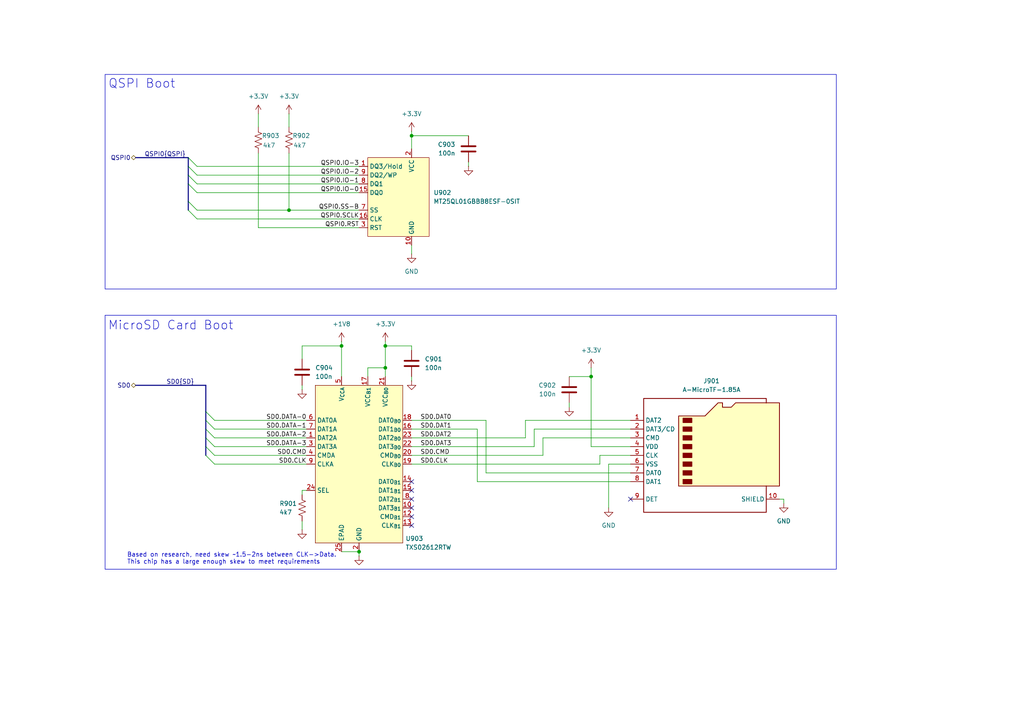
<source format=kicad_sch>
(kicad_sch (version 20250114) (generator "eeschema") (generator_version "9.0")
  (paper "A4")
  (lib_symbols
    (symbol "Connector:Micro_SD_Card_Det1"
      (property "Reference" "J" (at -16.51 17.78 0))
      (property "Value" "Micro_SD_Card_Det1" (at 16.51 17.78 0))
      (symbol "Micro_SD_Card_Det1_0_1"
        (polyline (pts (xy -8.89 -8.89) (xy -8.89 11.43) (xy -1.27 11.43) (xy 2.54 15.24) (xy 3.81 15.24) (xy 3.81 13.97) (xy 6.35 13.97) (xy 7.62 15.24) (xy 20.32 15.24) (xy 20.32 -8.89) (xy -8.89 -8.89)) (stroke (width 0.254)) (fill (type background)))
        (rectangle (start -7.62 10.795) (end -5.08 9.525) (stroke (width 0.254)) (fill (type outline)))
        (rectangle (start -7.62 8.255) (end -5.08 6.985) (stroke (width 0.254)) (fill (type outline)))
        (rectangle (start -7.62 5.715) (end -5.08 4.445) (stroke (width 0.254)) (fill (type outline)))
        (rectangle (start -7.62 3.175) (end -5.08 1.905) (stroke (width 0.254)) (fill (type outline)))
        (rectangle (start -7.62 0.635) (end -5.08 -0.635) (stroke (width 0.254)) (fill (type outline)))
        (rectangle (start -7.62 -1.905) (end -5.08 -3.175) (stroke (width 0.254)) (fill (type outline)))
        (rectangle (start -7.62 -4.445) (end -5.08 -5.715) (stroke (width 0.254)) (fill (type outline)))
        (rectangle (start -7.62 -6.985) (end -5.08 -8.255) (stroke (width 0.254)) (fill (type outline)))
        (polyline (pts (xy 16.51 15.24) (xy 16.51 16.51) (xy -19.05 16.51) (xy -19.05 -16.51) (xy 16.51 -16.51) (xy 16.51 -8.89)) (stroke (width 0.254)))
      )
      (symbol "Micro_SD_Card_Det1_1_1"
        (pin bidirectional line (at -22.86 10.16 0) (length 3.81) (name "DAT2") (number "1"))
        (pin bidirectional line (at -22.86 7.62 0) (length 3.81) (name "DAT3/CD") (number "2"))
        (pin input line (at -22.86 5.08 0) (length 3.81) (name "CMD") (number "3"))
        (pin power_in line (at -22.86 2.54 0) (length 3.81) (name "VDD") (number "4"))
        (pin input line (at -22.86 0 0) (length 3.81) (name "CLK") (number "5"))
        (pin power_in line (at -22.86 -2.54 0) (length 3.81) (name "VSS") (number "6"))
        (pin bidirectional line (at -22.86 -5.08 0) (length 3.81) (name "DAT0") (number "7"))
        (pin bidirectional line (at -22.86 -7.62 0) (length 3.81) (name "DAT1") (number "8"))
        (pin passive line (at -22.86 -12.7 0) (length 3.81) (name "DET") (number "9"))
        (pin passive line (at 20.32 -12.7 180) (length 3.81) (name "SHIELD") (number "10"))
      )
    )
    (symbol "Device:C" (pin_numbers (hide yes)) (pin_names (offset 0.254))
      (property "Reference" "C" (at 0.635 2.54 0))
      (property "Value" "C" (at 0.635 -2.54 0))
      (symbol "C_0_1"
        (polyline (pts (xy -2.032 0.762) (xy 2.032 0.762)) (stroke (width 0.508)))
        (polyline (pts (xy -2.032 -0.762) (xy 2.032 -0.762)) (stroke (width 0.508)))
      )
      (symbol "C_1_1"
        (pin passive line (at 0 3.81 270) (length 2.794) (name "~") (number "1"))
        (pin passive line (at 0 -3.81 90) (length 2.794) (name "~") (number "2"))
      )
    )
    (symbol "Device:R_US" (pin_numbers (hide yes)) (pin_names (offset 0))
      (property "Reference" "R" (at 2.54 0 90))
      (property "Value" "R_US" (at -2.54 0 90))
      (symbol "R_US_0_1"
        (polyline (pts (xy 0 2.286) (xy 0 2.54)))
        (polyline (pts (xy 0 2.286) (xy 1.016 1.905) (xy 0 1.524) (xy -1.016 1.143) (xy 0 0.762)))
        (polyline (pts (xy 0 0.762) (xy 1.016 0.381) (xy 0 0) (xy -1.016 -0.381) (xy 0 -0.762)))
        (polyline (pts (xy 0 -0.762) (xy 1.016 -1.143) (xy 0 -1.524) (xy -1.016 -1.905) (xy 0 -2.286)))
        (polyline (pts (xy 0 -2.286) (xy 0 -2.54)))
      )
      (symbol "R_US_1_1"
        (pin passive line (at 0 3.81 270) (length 1.27) (name "~") (number "1"))
        (pin passive line (at 0 -3.81 90) (length 1.27) (name "~") (number "2"))
      )
    )
    (symbol "Logic_LevelTranslator:TXS02612RTW"
      (property "Reference" "U" (at -11.43 24.13 0))
      (property "Value" "TXS02612RTW" (at 8.89 -24.13 0))
      (symbol "TXS02612RTW_1_1"
        (rectangle (start -12.7 22.86) (end 12.7 -22.86) (fill (type background)))
        (pin bidirectional line (at -15.24 12.7 0) (length 2.54) (name "DAT0A") (number "6"))
        (pin bidirectional line (at -15.24 10.16 0) (length 2.54) (name "DAT1A") (number "7"))
        (pin bidirectional line (at -15.24 7.62 0) (length 2.54) (name "DAT2A") (number "1"))
        (pin bidirectional line (at -15.24 5.08 0) (length 2.54) (name "DAT3A") (number "3"))
        (pin bidirectional line (at -15.24 2.54 0) (length 2.54) (name "CMDA") (number "4"))
        (pin input line (at -15.24 0 0) (length 2.54) (name "CLKA") (number "9"))
        (pin input line (at -15.24 -7.62 0) (length 2.54) (name "SEL") (number "24"))
        (pin power_in line (at -5.08 25.4 270) (length 2.54) (name "V_{CCA}") (number "5"))
        (pin passive line (at -5.08 -25.4 90) (length 2.54) (name "EPAD") (number "25"))
        (pin passive line (at 0 -25.4 90) (length 2.54) (hide yes) (name "GND") (number "11"))
        (pin power_in line (at 0 -25.4 90) (length 2.54) (name "GND") (number "2"))
        (pin power_in line (at 2.54 25.4 270) (length 2.54) (name "VCC_{B1}") (number "17"))
        (pin power_in line (at 7.62 25.4 270) (length 2.54) (name "VCC_{B0}") (number "21"))
        (pin bidirectional line (at 15.24 12.7 180) (length 2.54) (name "DAT0_{B0}") (number "18"))
        (pin bidirectional line (at 15.24 10.16 180) (length 2.54) (name "DAT1_{B0}") (number "16"))
        (pin bidirectional line (at 15.24 7.62 180) (length 2.54) (name "DAT2_{B0}") (number "23"))
        (pin bidirectional line (at 15.24 5.08 180) (length 2.54) (name "DAT3_{B0}") (number "22"))
        (pin bidirectional line (at 15.24 2.54 180) (length 2.54) (name "CMD_{B0}") (number "20"))
        (pin output line (at 15.24 0 180) (length 2.54) (name "CLK_{B0}") (number "19"))
        (pin bidirectional line (at 15.24 -5.08 180) (length 2.54) (name "DAT0_{B1}") (number "14"))
        (pin bidirectional line (at 15.24 -7.62 180) (length 2.54) (name "DAT1_{B1}") (number "15"))
        (pin bidirectional line (at 15.24 -10.16 180) (length 2.54) (name "DAT2_{B1}") (number "8"))
        (pin bidirectional line (at 15.24 -12.7 180) (length 2.54) (name "DAT3_{B1}") (number "10"))
        (pin bidirectional line (at 15.24 -15.24 180) (length 2.54) (name "CMD_{B1}") (number "12"))
        (pin output line (at 15.24 -17.78 180) (length 2.54) (name "CLK_{B1}") (number "13"))
      )
    )
    (symbol "other:MT25QL01GBBB8ESF-0SIT"
      (property "Reference" "U" (at -14.478 4.826 0))
      (property "Value" "MT25QL01GBBB8ESF-0SIT" (at -13.716 1.27 0))
      (symbol "MT25QL01GBBB8ESF-0SIT_1_1"
        (rectangle (start -8.89 0) (end 8.89 -22.86) (fill (type background)))
        (pin bidirectional line (at -11.43 -2.54 0) (length 2.54) (name "DQ3/Hold") (number "1"))
        (pin bidirectional line (at -11.43 -5.08 0) (length 2.54) (name "DQ2/WP") (number "9"))
        (pin bidirectional line (at -11.43 -7.62 0) (length 2.54) (name "DQ1") (number "8"))
        (pin bidirectional line (at -11.43 -10.16 0) (length 2.54) (name "DQ0") (number "15"))
        (pin bidirectional line (at -11.43 -15.24 0) (length 2.54) (name "SS") (number "7"))
        (pin bidirectional line (at -11.43 -17.78 0) (length 2.54) (name "CLK") (number "16"))
        (pin bidirectional line (at -11.43 -20.32 0) (length 2.54) (name "RST") (number "3"))
        (pin bidirectional line (at 3.81 2.54 270) (length 2.54) (name "VCC") (number "2"))
        (pin bidirectional line (at 3.81 -25.4 90) (length 2.54) (name "GND") (number "10"))
        (pin no_connect line (at 11.43 -2.54 180) (length 2.54) (hide yes) (name "NC") (number "4"))
        (pin no_connect line (at 11.43 -5.08 180) (length 2.54) (hide yes) (name "NC") (number "5"))
        (pin no_connect line (at 11.43 -7.62 180) (length 2.54) (hide yes) (name "NC") (number "6"))
        (pin no_connect line (at 11.43 -10.16 180) (length 2.54) (hide yes) (name "NC") (number "11"))
        (pin no_connect line (at 11.43 -12.7 180) (length 2.54) (hide yes) (name "NC") (number "12"))
        (pin no_connect line (at 11.43 -15.24 180) (length 2.54) (hide yes) (name "NC") (number "13"))
        (pin no_connect line (at 11.43 -17.78 180) (length 2.54) (hide yes) (name "NC") (number "14"))
      )
    )
    (symbol "power:+1V8" (power) (pin_numbers (hide yes)) (pin_names (offset 0) (hide yes))
      (property "Value" "+1V8" (at 0 3.556 0))
      (symbol "+1V8_0_1"
        (polyline (pts (xy -0.762 1.27) (xy 0 2.54)))
        (polyline (pts (xy 0 2.54) (xy 0.762 1.27)))
        (polyline (pts (xy 0 0) (xy 0 2.54)))
      )
      (symbol "+1V8_1_1"
        (pin power_in line (at 0 0 90) (length 0) (name "~") (number "1"))
      )
    )
    (symbol "power:+3.3V" (power) (pin_numbers (hide yes)) (pin_names (offset 0) (hide yes))
      (property "Value" "+3.3V" (at 0 3.556 0))
      (symbol "+3.3V_0_1"
        (polyline (pts (xy -0.762 1.27) (xy 0 2.54)))
        (polyline (pts (xy 0 2.54) (xy 0.762 1.27)))
        (polyline (pts (xy 0 0) (xy 0 2.54)))
      )
      (symbol "+3.3V_1_1"
        (pin power_in line (at 0 0 90) (length 0) (name "~") (number "1"))
      )
    )
    (symbol "power:GND" (power) (pin_numbers (hide yes)) (pin_names (offset 0) (hide yes))
      (property "Value" "GND" (at 0 -3.81 0))
      (symbol "GND_0_1"
        (polyline (pts (xy 0 0) (xy 0 -1.27) (xy 1.27 -1.27) (xy 0 -2.54) (xy -1.27 -1.27) (xy 0 -1.27)))
      )
      (symbol "GND_1_1"
        (pin power_in line (at 0 0 270) (length 0) (name "~") (number "1"))
      )
    )
  )
  (rectangle (start 30.48 21.59) (end 242.57 83.82))
  (rectangle (start 30.48 91.44) (end 242.57 165.1))
  (text "QSPI Boot" (at 41.148 24.384 0) (effects (font (size 2.54 2.54))))
  (text "Based on research, need skew ~1.5-2ns between CLK->Data. \nThis chip has a large enough skew to meet requirements" (at 36.83 162.052 0) (effects (font (size 1.27 1.27)) (justify left)))
  (text "MicroSD Card Boot" (at 49.53 94.488 0) (effects (font (size 2.54 2.54))))
  (junction (at 111.76 100.33))
  (junction (at 111.76 106.68))
  (junction (at 119.38 39.37))
  (junction (at 104.14 160.02))
  (junction (at 171.45 109.22))
  (junction (at 99.06 100.33))
  (junction (at 83.82 60.96))
  (no_connect (at 119.38 149.86))
  (no_connect (at 119.38 144.78))
  (no_connect (at 119.38 147.32))
  (no_connect (at 182.88 144.78))
  (no_connect (at 119.38 142.24))
  (no_connect (at 119.38 152.4))
  (no_connect (at 119.38 139.7))
  (bus_entry (at 54.61 48.26) (size 2.54 2.54))
  (bus_entry (at 54.61 53.34) (size 2.54 2.54))
  (bus_entry (at 54.61 50.8) (size 2.54 2.54))
  (bus_entry (at 59.69 121.92) (size 2.54 2.54))
  (bus_entry (at 59.69 132.08) (size 2.54 2.54))
  (bus_entry (at 59.69 124.46) (size 2.54 2.54))
  (bus_entry (at 54.61 60.96) (size 2.54 2.54))
  (bus_entry (at 59.69 129.54) (size 2.54 2.54))
  (bus_entry (at 54.61 45.72) (size 2.54 2.54))
  (bus_entry (at 59.69 119.38) (size 2.54 2.54))
  (bus_entry (at 59.69 127) (size 2.54 2.54))
  (bus_entry (at 54.61 58.42) (size 2.54 2.54))
  (wire (pts (xy 152.4 121.92) (xy 182.88 121.92)))
  (wire (pts (xy 57.15 53.34) (xy 104.14 53.34)))
  (bus (pts (xy 59.69 111.76) (xy 59.69 119.38)))
  (wire (pts (xy 74.93 66.04) (xy 74.93 44.45)))
  (bus (pts (xy 59.69 127) (xy 59.69 129.54)))
  (wire (pts (xy 227.33 144.78) (xy 226.06 144.78)))
  (wire (pts (xy 119.38 100.33) (xy 119.38 101.6)))
  (wire (pts (xy 173.99 134.62) (xy 173.99 132.08)))
  (wire (pts (xy 87.63 104.14) (xy 87.63 100.33)))
  (wire (pts (xy 119.38 39.37) (xy 135.89 39.37)))
  (bus (pts (xy 39.37 45.72) (xy 54.61 45.72)))
  (wire (pts (xy 62.23 132.08) (xy 88.9 132.08)))
  (wire (pts (xy 119.38 124.46) (xy 138.43 124.46)))
  (bus (pts (xy 59.69 129.54) (xy 59.69 132.08)))
  (bus (pts (xy 54.61 53.34) (xy 54.61 58.42)))
  (wire (pts (xy 119.38 71.12) (xy 119.38 73.66)))
  (wire (pts (xy 87.63 142.24) (xy 88.9 142.24)))
  (wire (pts (xy 176.53 134.62) (xy 176.53 147.32)))
  (wire (pts (xy 57.15 50.8) (xy 104.14 50.8)))
  (wire (pts (xy 119.38 134.62) (xy 173.99 134.62)))
  (wire (pts (xy 182.88 129.54) (xy 171.45 129.54)))
  (wire (pts (xy 111.76 99.06) (xy 111.76 100.33)))
  (wire (pts (xy 227.33 146.05) (xy 227.33 144.78)))
  (wire (pts (xy 119.38 38.1) (xy 119.38 39.37)))
  (bus (pts (xy 54.61 45.72) (xy 54.61 48.26)))
  (wire (pts (xy 106.68 106.68) (xy 111.76 106.68)))
  (wire (pts (xy 171.45 129.54) (xy 171.45 109.22)))
  (wire (pts (xy 62.23 121.92) (xy 88.9 121.92)))
  (wire (pts (xy 104.14 66.04) (xy 74.93 66.04)))
  (wire (pts (xy 165.1 109.22) (xy 171.45 109.22)))
  (wire (pts (xy 138.43 124.46) (xy 138.43 139.7)))
  (wire (pts (xy 165.1 116.84) (xy 165.1 118.11)))
  (wire (pts (xy 182.88 134.62) (xy 176.53 134.62)))
  (wire (pts (xy 111.76 100.33) (xy 111.76 106.68)))
  (wire (pts (xy 99.06 100.33) (xy 99.06 99.06)))
  (wire (pts (xy 154.94 129.54) (xy 154.94 124.46)))
  (bus (pts (xy 54.61 50.8) (xy 54.61 53.34)))
  (wire (pts (xy 99.06 100.33) (xy 99.06 109.22)))
  (wire (pts (xy 62.23 134.62) (xy 88.9 134.62)))
  (wire (pts (xy 62.23 124.46) (xy 88.9 124.46)))
  (wire (pts (xy 87.63 111.76) (xy 87.63 113.03)))
  (wire (pts (xy 119.38 132.08) (xy 157.48 132.08)))
  (wire (pts (xy 171.45 109.22) (xy 171.45 106.68)))
  (wire (pts (xy 62.23 129.54) (xy 88.9 129.54)))
  (wire (pts (xy 87.63 100.33) (xy 99.06 100.33)))
  (wire (pts (xy 111.76 106.68) (xy 111.76 109.22)))
  (bus (pts (xy 59.69 121.92) (xy 59.69 124.46)))
  (wire (pts (xy 57.15 48.26) (xy 104.14 48.26)))
  (wire (pts (xy 87.63 143.51) (xy 87.63 142.24)))
  (wire (pts (xy 106.68 109.22) (xy 106.68 106.68)))
  (wire (pts (xy 157.48 132.08) (xy 157.48 127)))
  (wire (pts (xy 87.63 151.13) (xy 87.63 153.67)))
  (bus (pts (xy 59.69 124.46) (xy 59.69 127)))
  (wire (pts (xy 83.82 44.45) (xy 83.82 60.96)))
  (wire (pts (xy 119.38 39.37) (xy 119.38 43.18)))
  (wire (pts (xy 104.14 161.29) (xy 104.14 160.02)))
  (bus (pts (xy 54.61 48.26) (xy 54.61 50.8)))
  (wire (pts (xy 152.4 127) (xy 152.4 121.92)))
  (wire (pts (xy 83.82 60.96) (xy 104.14 60.96)))
  (wire (pts (xy 135.89 46.99) (xy 135.89 48.26)))
  (wire (pts (xy 119.38 129.54) (xy 154.94 129.54)))
  (wire (pts (xy 119.38 127) (xy 152.4 127)))
  (wire (pts (xy 57.15 63.5) (xy 104.14 63.5)))
  (wire (pts (xy 154.94 124.46) (xy 182.88 124.46)))
  (wire (pts (xy 138.43 139.7) (xy 182.88 139.7)))
  (wire (pts (xy 62.23 127) (xy 88.9 127)))
  (wire (pts (xy 119.38 121.92) (xy 140.97 121.92)))
  (wire (pts (xy 140.97 121.92) (xy 140.97 137.16)))
  (bus (pts (xy 54.61 58.42) (xy 54.61 60.96)))
  (bus (pts (xy 59.69 119.38) (xy 59.69 121.92)))
  (wire (pts (xy 157.48 127) (xy 182.88 127)))
  (wire (pts (xy 140.97 137.16) (xy 182.88 137.16)))
  (wire (pts (xy 104.14 160.02) (xy 99.06 160.02)))
  (wire (pts (xy 111.76 100.33) (xy 119.38 100.33)))
  (wire (pts (xy 57.15 55.88) (xy 104.14 55.88)))
  (wire (pts (xy 74.93 33.02) (xy 74.93 36.83)))
  (bus (pts (xy 39.37 111.76) (xy 59.69 111.76)))
  (wire (pts (xy 57.15 60.96) (xy 83.82 60.96)))
  (wire (pts (xy 119.38 109.22) (xy 119.38 110.49)))
  (wire (pts (xy 83.82 33.02) (xy 83.82 36.83)))
  (wire (pts (xy 173.99 132.08) (xy 182.88 132.08)))
  (label "SD0.DAT2" (at 121.92 127 0))
  (label "SD0.CLK" (at 88.9 134.62 180))
  (label "SD0.DATA-3" (at 88.9 129.54 180))
  (label "QSPI0.IO-1" (at 104.14 53.34 180))
  (label "SD0.DATA-0" (at 88.9 121.92 180))
  (label "SD0.CMD" (at 121.92 132.08 0))
  (label "QSPI0.IO-0" (at 104.14 55.88 180))
  (label "SD0.DATA-2" (at 88.9 127 180))
  (label "QSPI0.IO-3" (at 104.14 48.26 180))
  (label "SD0.CLK" (at 121.92 134.62 0))
  (label "SD0{SD}" (at 48.26 111.76 0))
  (label "QSPI0.SCLK" (at 104.14 63.5 180))
  (label "SD0.DAT3" (at 121.92 129.54 0))
  (label "QSPI0{QSPI}" (at 41.91 45.72 0))
  (label "QSPI0.RST" (at 104.14 66.04 180))
  (label "SD0.DAT0" (at 121.92 121.92 0))
  (label "SD0.DATA-1" (at 88.9 124.46 180))
  (label "SD0.DAT1" (at 121.92 124.46 0))
  (label "QSPI0.IO-2" (at 104.14 50.8 180))
  (label "QSPI0.SS-B" (at 104.14 60.96 180))
  (label "SD0.CMD" (at 88.9 132.08 180))
  (hierarchical_label "QSPI0" (shape bidirectional) (at 39.37 45.72 180))
  (hierarchical_label "SD0" (shape bidirectional) (at 39.37 111.76 180))
  (symbol (lib_id "power:+3.3V") (at 74.93 33.02 0) (unit 1)
    (property "Reference" "#PWR0912" (effects (hide yes)))
    (property "Value" "+3.3V" (at 74.93 27.94 0))
    (property "Description" "Power symbol creates a global label with name \"+3.3V\"" (effects (hide yes)))
  )
  (symbol (lib_id "power:GND") (at 165.1 118.11 0) (mirror y) (unit 1)
    (property "Reference" "#PWR0908" (effects (hide yes)))
    (property "Value" "GND" (effects (hide yes)))
    (property "Description" "Power symbol creates a global label with name \"GND\" , ground" (effects (hide yes)))
  )
  (symbol (lib_id "Device:R_US") (at 83.82 40.64 0) (unit 1)
    (property "Reference" "R902" (at 84.836 39.37 0) (effects (justify left)))
    (property "Value" "4k7" (at 85.09 42.164 0) (effects (justify left)))
    (property "Description" "Resistor, US symbol" (effects (hide yes)))
  )
  (symbol (lib_id "power:GND") (at 135.89 48.26 0) (mirror y) (unit 1)
    (property "Reference" "#PWR0913" (effects (hide yes)))
    (property "Value" "GND" (effects (hide yes)))
    (property "Description" "Power symbol creates a global label with name \"GND\" , ground" (effects (hide yes)))
  )
  (symbol (lib_id "Device:R_US") (at 74.93 40.64 0) (unit 1)
    (property "Reference" "R903" (at 75.946 39.37 0) (effects (justify left)))
    (property "Value" "4k7" (at 76.2 42.164 0) (effects (justify left)))
    (property "Description" "Resistor, US symbol" (effects (hide yes)))
  )
  (symbol (lib_id "power:GND") (at 87.63 153.67 0) (unit 1)
    (property "Reference" "#PWR0915" (effects (hide yes)))
    (property "Value" "GND" (effects (hide yes)))
    (property "Description" "Power symbol creates a global label with name \"GND\" , ground" (effects (hide yes)))
  )
  (symbol (lib_id "power:+3.3V") (at 171.45 106.68 0) (unit 1)
    (property "Reference" "#PWR0903" (effects (hide yes)))
    (property "Value" "+3.3V" (at 171.45 101.6 0))
    (property "Description" "Power symbol creates a global label with name \"+3.3V\"" (effects (hide yes)))
  )
  (symbol (lib_id "power:GND") (at 87.63 113.03 0) (unit 1)
    (property "Reference" "#PWR0906" (effects (hide yes)))
    (property "Value" "GND" (effects (hide yes)))
    (property "Description" "Power symbol creates a global label with name \"GND\" , ground" (effects (hide yes)))
  )
  (symbol (lib_id "Device:C") (at 135.89 43.18 0) (mirror y) (unit 1)
    (property "Reference" "C903" (at 132.08 41.9099 0) (effects (justify left)))
    (property "Value" "100n" (at 132.08 44.4499 0) (effects (justify left)))
    (property "Description" "Unpolarized capacitor" (effects (hide yes)))
  )
  (symbol (lib_id "power:GND") (at 176.53 147.32 0) (unit 1)
    (property "Reference" "#PWR0904" (effects (hide yes)))
    (property "Value" "GND" (at 176.53 152.4 0))
    (property "Description" "Power symbol creates a global label with name \"GND\" , ground" (effects (hide yes)))
  )
  (symbol (lib_id "Logic_LevelTranslator:TXS02612RTW") (at 104.14 134.62 0) (unit 1)
    (property "Reference" "U903" (at 117.602 156.21 0) (effects (justify left)))
    (property "Value" "TXS02612RTW" (at 117.602 158.75 0) (effects (justify left)))
    (property "Footprint" "Package_DFN_QFN:WQFN-24-1EP_4x4mm_P0.5mm_EP2.45x2.45mm_ThermalVias" (effects (hide yes)))
    (property "Datasheet" "https://www.ti.com/lit/gpn/TXS02612" (effects (hide yes)))
    (property "Description" "SDIO port expander with voltage-level translation, 6:12 Demultiplexer/Multiplexer, 1.1V to 3.6V supply range, QFN-24" (effects (hide yes)))
  )
  (symbol (lib_id "Device:R_US") (at 87.63 147.32 0) (unit 1)
    (property "Reference" "R901" (at 81.026 146.05 0) (effects (justify left)))
    (property "Value" "4k7" (at 81.026 148.59 0) (effects (justify left)))
    (property "Description" "Resistor, US symbol" (effects (hide yes)))
  )
  (symbol (lib_id "Device:C") (at 165.1 113.03 0) (mirror y) (unit 1)
    (property "Reference" "C902" (at 161.29 111.7599 0) (effects (justify left)))
    (property "Value" "100n" (at 161.29 114.2999 0) (effects (justify left)))
    (property "Description" "Unpolarized capacitor" (effects (hide yes)))
  )
  (symbol (lib_id "Device:C") (at 119.38 105.41 0) (unit 1)
    (property "Reference" "C901" (at 123.19 104.1399 0) (effects (justify left)))
    (property "Value" "100n" (at 123.19 106.6799 0) (effects (justify left)))
    (property "Description" "Unpolarized capacitor" (effects (hide yes)))
  )
  (symbol (lib_id "power:GND") (at 119.38 110.49 0) (unit 1)
    (property "Reference" "#PWR0907" (effects (hide yes)))
    (property "Value" "GND" (effects (hide yes)))
    (property "Description" "Power symbol creates a global label with name \"GND\" , ground" (effects (hide yes)))
  )
  (symbol (lib_id "power:+3.3V") (at 83.82 33.02 0) (unit 1)
    (property "Reference" "#PWR0910" (effects (hide yes)))
    (property "Value" "+3.3V" (at 83.82 27.94 0))
    (property "Description" "Power symbol creates a global label with name \"+3.3V\"" (effects (hide yes)))
  )
  (symbol (lib_id "power:GND") (at 227.33 146.05 0) (unit 1)
    (property "Reference" "#PWR0901" (effects (hide yes)))
    (property "Value" "GND" (at 227.33 151.13 0))
    (property "Description" "Power symbol creates a global label with name \"GND\" , ground" (effects (hide yes)))
  )
  (symbol (lib_id "power:+3.3V") (at 119.38 38.1 0) (unit 1)
    (property "Reference" "#PWR0909" (effects (hide yes)))
    (property "Value" "+3.3V" (at 119.38 33.02 0))
    (property "Description" "Power symbol creates a global label with name \"+3.3V\"" (effects (hide yes)))
  )
  (symbol (lib_id "Device:C") (at 87.63 107.95 0) (unit 1)
    (property "Reference" "C904" (at 91.44 106.6799 0) (effects (justify left)))
    (property "Value" "100n" (at 91.44 109.2199 0) (effects (justify left)))
    (property "Description" "Unpolarized capacitor" (effects (hide yes)))
  )
  (symbol (lib_id "power:+3.3V") (at 111.76 99.06 0) (unit 1)
    (property "Reference" "#PWR0902" (effects (hide yes)))
    (property "Value" "+3.3V" (at 111.76 93.98 0))
    (property "Description" "Power symbol creates a global label with name \"+3.3V\"" (effects (hide yes)))
  )
  (symbol (lib_id "other:MT25QL01GBBB8ESF-0SIT") (at 115.57 45.72 0) (unit 1)
    (property "Reference" "U902" (at 125.73 55.8799 0) (effects (justify left)))
    (property "Value" "MT25QL01GBBB8ESF-0SIT" (at 125.73 58.4199 0) (effects (justify left)))
  )
  (symbol (lib_id "Connector:Micro_SD_Card_Det1") (at 205.74 132.08 0) (unit 1)
    (property "Reference" "J901" (at 206.375 110.49 0))
    (property "Value" "A-MicroTF-1.85A" (at 206.375 113.03 0))
    (property "Datasheet" "https://datasheet.lcsc.com/lcsc/2110151630_XKB-Connectivity-XKTF-015-N_C381082.pdf" (effects (hide yes)))
    (property "Description" "Micro SD Card Socket with one card detection pin" (effects (hide yes)))
  )
  (symbol (lib_id "power:GND") (at 119.38 73.66 0) (unit 1)
    (property "Reference" "#PWR0911" (effects (hide yes)))
    (property "Value" "GND" (at 119.38 78.74 0))
    (property "Description" "Power symbol creates a global label with name \"GND\" , ground" (effects (hide yes)))
  )
  (symbol (lib_id "power:GND") (at 104.14 161.29 0) (unit 1)
    (property "Reference" "#PWR0914" (effects (hide yes)))
    (property "Value" "GND" (effects (hide yes)))
    (property "Description" "Power symbol creates a global label with name \"GND\" , ground" (effects (hide yes)))
  )
  (symbol (lib_id "power:+1V8") (at 99.06 99.06 0) (unit 1)
    (property "Reference" "#PWR0905" (effects (hide yes)))
    (property "Value" "+1V8" (at 99.06 93.98 0))
    (property "Description" "Power symbol creates a global label with name \"+1V8\"" (effects (hide yes)))
  )
)
</source>
